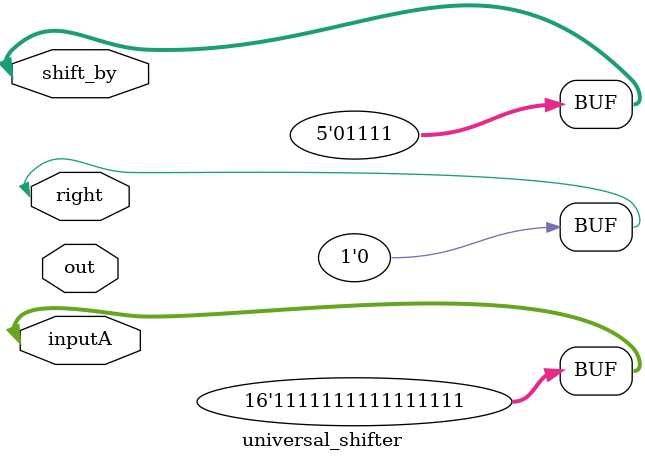
<source format=v>
`include "barrel_shifter_left_5.v"
`include "barrel_shifter_right_5.v"

module universal_shifter(inputA, right, shift_by, out);

input [15 : 0] inputA;
input [4 : 0] shift_by;
input right;
input [15 : 0] out;

wire [15 : 0] right_shifted_number, left_shifted_number;

barrel_shifter_l l(shift_by, inputA, left_shifted_number);
barrel_shifter_r r(shift_by, inputA, right_shifted_number);

assign inputA = 16'b1111111111111111;
assign shift_by = 'd15;
assign right = 1'b0;

always@(*)
begin
  $display("input = %b, shift_by = %b, out = %b, right_shift_num = %b, left_shift_num = %b", inputA, shift_by, out, right_shifted_number, left_shifted_number);
end


mux2x1 s1(left_shifted_number[0], right_shifted_number[0], out[0], right);
mux2x1 s2(left_shifted_number[1], right_shifted_number[1], out[1], right);
mux2x1 s3(left_shifted_number[2], right_shifted_number[2], out[2], right);
mux2x1 s4(left_shifted_number[3], right_shifted_number[3], out[3], right);
mux2x1 s5(left_shifted_number[4], right_shifted_number[4], out[4], right);
mux2x1 s6(left_shifted_number[5], right_shifted_number[5], out[5], right);
mux2x1 s7(left_shifted_number[6], right_shifted_number[6], out[6], right);
mux2x1 s8(left_shifted_number[7], right_shifted_number[7], out[7], right);
mux2x1 s9(left_shifted_number[8], right_shifted_number[8], out[8], right);
mux2x1 s10(left_shifted_number[9], right_shifted_number[9], out[9], right);
mux2x1 s11(left_shifted_number[10], right_shifted_number[10], out[10], right);
mux2x1 s12(left_shifted_number[11], right_shifted_number[11], out[11], right);
mux2x1 s13(left_shifted_number[12], right_shifted_number[12], out[12], right);
mux2x1 s14(left_shifted_number[13], right_shifted_number[13], out[13], right);
mux2x1 s15(left_shifted_number[14], right_shifted_number[14], out[14], right);
mux2x1 s16(left_shifted_number[15], right_shifted_number[15], out[15], right);


endmodule
</source>
